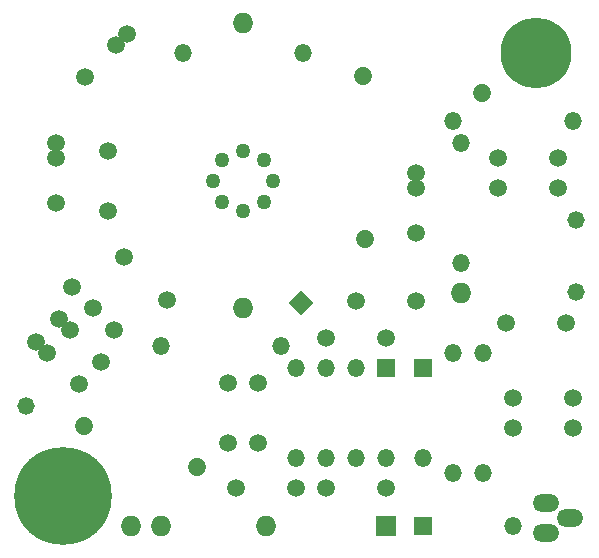
<source format=gbs>
G04 (created by PCBNEW (22-Jun-2014 BZR 4027)-stable) date Thu 15 Feb 2018 06:12:31 PM CST*
%MOIN*%
G04 Gerber Fmt 3.4, Leading zero omitted, Abs format*
%FSLAX34Y34*%
G01*
G70*
G90*
G04 APERTURE LIST*
%ADD10C,0.00590551*%
%ADD11O,0.0885X0.059*%
%ADD12O,0.059X0.059*%
%ADD13C,0.059*%
%ADD14C,0.05*%
%ADD15R,0.059X0.059*%
%ADD16O,0.069X0.069*%
%ADD17C,0.23622*%
%ADD18C,0.059*%
%ADD19R,0.069X0.069*%
%ADD20C,0.325*%
%ADD21O,0.058X0.058*%
G04 APERTURE END LIST*
G54D10*
G54D11*
X95852Y-43250D03*
X96647Y-43750D03*
X95852Y-44250D03*
G54D12*
X92750Y-38250D03*
X92750Y-42250D03*
X93750Y-42250D03*
X93750Y-38250D03*
X83000Y-38000D03*
X87000Y-38000D03*
X83750Y-28250D03*
X87750Y-28250D03*
G54D13*
X84200Y-42050D02*
X84200Y-42050D01*
X80441Y-40681D02*
X80441Y-40681D01*
G54D14*
X85042Y-31792D03*
X86457Y-31792D03*
X86739Y-32500D03*
X85750Y-31510D03*
X86457Y-33207D03*
X85750Y-33489D03*
X85042Y-33207D03*
X84760Y-32500D03*
G54D15*
X90500Y-38750D03*
G54D12*
X89500Y-38750D03*
X88500Y-38750D03*
X87500Y-38750D03*
X87500Y-41750D03*
X88500Y-41750D03*
X90500Y-41750D03*
X89500Y-41750D03*
G54D16*
X83000Y-44000D03*
X82000Y-44000D03*
G54D17*
X95500Y-28250D03*
G54D18*
X94750Y-40750D03*
X96750Y-40750D03*
X91500Y-36500D03*
X89500Y-36500D03*
X85250Y-41250D03*
X85250Y-39250D03*
X86250Y-41250D03*
X86250Y-39250D03*
X88500Y-42750D03*
X90500Y-42750D03*
X81792Y-35042D03*
X83207Y-36457D03*
X81250Y-31500D03*
X81250Y-33500D03*
X96750Y-39750D03*
X94750Y-39750D03*
X90500Y-37750D03*
X88500Y-37750D03*
X87500Y-42750D03*
X85500Y-42750D03*
G54D16*
X85750Y-36750D03*
G54D19*
X90500Y-44000D03*
G54D16*
X86500Y-44000D03*
G54D15*
X91750Y-38750D03*
G54D12*
X91750Y-41750D03*
G54D10*
G36*
X87689Y-36143D02*
X88106Y-36560D01*
X87689Y-36977D01*
X87272Y-36560D01*
X87689Y-36143D01*
X87689Y-36143D01*
G37*
G54D13*
X89810Y-34439D02*
X89810Y-34439D01*
G54D15*
X91750Y-44000D03*
G54D12*
X94750Y-44000D03*
G54D18*
X81883Y-27616D03*
X80469Y-29030D03*
X81530Y-27969D03*
X79500Y-31250D03*
X79500Y-33250D03*
X79500Y-31750D03*
X91500Y-32250D03*
X91500Y-34250D03*
X91500Y-32750D03*
G54D20*
X79750Y-43000D03*
G54D16*
X85750Y-27250D03*
G54D13*
X89750Y-29000D02*
X89750Y-29000D01*
X93711Y-29556D02*
X93711Y-29556D01*
G54D12*
X96750Y-30500D03*
X92750Y-30500D03*
X93000Y-31250D03*
X93000Y-35250D03*
G54D18*
X94250Y-31750D03*
X96250Y-31750D03*
X96250Y-32750D03*
X94250Y-32750D03*
X96500Y-37250D03*
X94500Y-37250D03*
G54D16*
X93000Y-36250D03*
G54D18*
X79616Y-37116D03*
X81030Y-38530D03*
X79969Y-37469D03*
X78866Y-37866D03*
X80280Y-39280D03*
X79219Y-38219D03*
X80042Y-36042D03*
X81457Y-37457D03*
X80750Y-36750D03*
G54D21*
X96850Y-33800D03*
X96850Y-36200D03*
X78500Y-40000D03*
M02*

</source>
